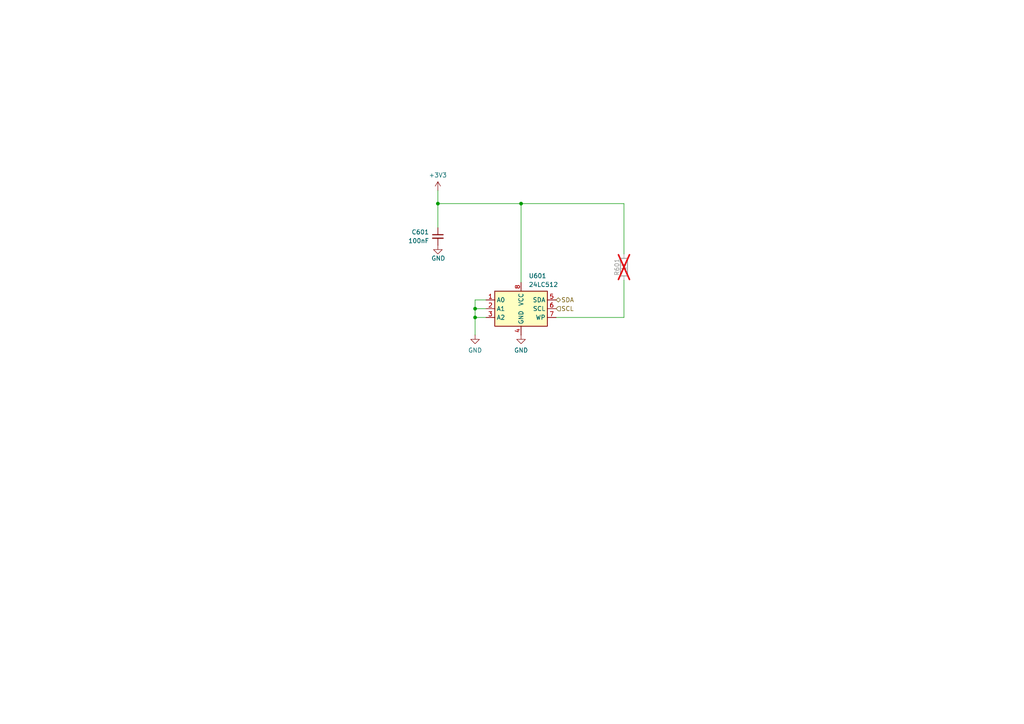
<source format=kicad_sch>
(kicad_sch (version 20231120) (generator "eeschema") (generator_version "8.0")
  (paper "A4")
  (title_block (title "${TITLE}") (date "2025-01-26") (rev "${REVISION}") (company "${LINK}") (comment 1 "${AUTHOR}"))
  (lib_symbols
    (symbol "Device:C_Small" (pin_numbers hide) (pin_names (offset 0.254) hide)
      (property "Reference" "C" (at 0.254 1.778 0))
      (property "Value" "C_Small" (at 0.254 -2.032 0))
      (symbol "C_Small_0_1"
        (polyline (pts (xy -1.524 -0.508) (xy 1.524 -0.508)) (stroke (width 0.3302)))
        (polyline (pts (xy -1.524 0.508) (xy 1.524 0.508)) (stroke (width 0.3048)))
      )
      (symbol "C_Small_1_1"
        (pin passive line (at 0 2.54 270) (length 2.032) (name "~") (number "1"))
        (pin passive line (at 0 -2.54 90) (length 2.032) (name "~") (number "2"))
      )
    )
    (symbol "Device:R" (pin_numbers hide) (pin_names (offset 0))
      (property "Reference" "R" (at 2.032 0 90))
      (property "Value" "R" (at 0 0 90))
      (symbol "R_0_1"
        (rectangle (start -1.016 -2.54) (end 1.016 2.54) (stroke (width 0.254)))
      )
      (symbol "R_1_1"
        (pin passive line (at 0 3.81 270) (length 1.27) (name "~") (number "1"))
        (pin passive line (at 0 -3.81 90) (length 1.27) (name "~") (number "2"))
      )
    )
    (symbol "Memory_EEPROM:24LC512"
      (property "Reference" "U" (at -6.35 6.35 0))
      (property "Value" "24LC512" (at 1.27 6.35 0))
      (symbol "24LC512_1_1"
        (rectangle (start -7.62 5.08) (end 7.62 -5.08) (stroke (width 0.254)) (fill (type background)))
        (pin input line (at -10.16 2.54 0) (length 2.54) (name "A0") (number "1"))
        (pin input line (at -10.16 0 0) (length 2.54) (name "A1") (number "2"))
        (pin input line (at -10.16 -2.54 0) (length 2.54) (name "A2") (number "3"))
        (pin power_in line (at 0 -7.62 90) (length 2.54) (name "GND") (number "4"))
        (pin bidirectional line (at 10.16 2.54 180) (length 2.54) (name "SDA") (number "5"))
        (pin input line (at 10.16 0 180) (length 2.54) (name "SCL") (number "6"))
        (pin input line (at 10.16 -2.54 180) (length 2.54) (name "WP") (number "7"))
        (pin power_in line (at 0 7.62 270) (length 2.54) (name "VCC") (number "8"))
      )
    )
    (symbol "power:+3V3" (power) (pin_numbers hide) (pin_names (offset 0) hide)
      (property "Value" "+3V3" (at 0 3.556 0))
      (symbol "+3V3_0_1"
        (polyline (pts (xy -0.762 1.27) (xy 0 2.54)))
        (polyline (pts (xy 0 0) (xy 0 2.54)))
        (polyline (pts (xy 0 2.54) (xy 0.762 1.27)))
      )
      (symbol "+3V3_1_1"
        (pin power_in line (at 0 0 90) (length 0) (name "~") (number "1"))
      )
    )
    (symbol "power:GND" (power) (pin_numbers hide) (pin_names (offset 0) hide)
      (property "Value" "GND" (at 0 -3.81 0))
      (symbol "GND_0_1"
        (polyline (pts (xy 0 0) (xy 0 -1.27) (xy 1.27 -1.27) (xy 0 -2.54) (xy -1.27 -1.27) (xy 0 -1.27)))
      )
      (symbol "GND_1_1"
        (pin power_in line (at 0 0 270) (length 0) (name "~") (number "1"))
      )
    )
  )
  (junction (at 151.13 59.055))
  (junction (at 137.795 92.075))
  (junction (at 127 59.055))
  (junction (at 137.795 89.535))
  (wire (pts (xy 137.795 89.535) (xy 137.795 92.075)))
  (wire (pts (xy 180.975 73.66) (xy 180.975 59.055)))
  (wire (pts (xy 137.795 92.075) (xy 140.97 92.075)))
  (wire (pts (xy 127 55.245) (xy 127 59.055)))
  (wire (pts (xy 180.975 81.28) (xy 180.975 92.075)))
  (wire (pts (xy 137.795 86.995) (xy 137.795 89.535)))
  (wire (pts (xy 137.795 89.535) (xy 140.97 89.535)))
  (wire (pts (xy 180.975 92.075) (xy 161.29 92.075)))
  (wire (pts (xy 137.795 92.075) (xy 137.795 97.155)))
  (wire (pts (xy 180.975 59.055) (xy 151.13 59.055)))
  (wire (pts (xy 140.97 86.995) (xy 137.795 86.995)))
  (wire (pts (xy 127 59.055) (xy 127 66.04)))
  (wire (pts (xy 151.13 81.915) (xy 151.13 59.055)))
  (wire (pts (xy 151.13 59.055) (xy 127 59.055)))
  (hierarchical_label "SCL" (shape input) (at 161.29 89.535 0) (property "Netclass" "digital" (effects (hide yes))))
  (hierarchical_label "SDA" (shape bidirectional) (at 161.29 86.995 0) (property "Netclass" "digital" (effects (hide yes))))
  (symbol (lib_id "Memory_EEPROM:24LC512") (at 151.13 89.535 0) (unit 1)
    (property "Reference" "U601" (at 153.3241 80.01 0) (effects (justify left)))
    (property "Value" "24LC512" (at 153.3241 82.55 0) (effects (justify left)))
    (property "Footprint" "Package_DFN_QFN:DFN-8-1EP_3x2mm_P0.5mm_EP1.7x1.4mm" (effects (hide yes)))
    (property "Datasheet" "https://www.st.com/content/ccc/resource/technical/document/datasheet/e0/4c/87/45/e8/bd/4f/11/CD00251873.pdf/files/CD00251873.pdf/jcr:content/translations/en.CD00251873.pdf" (effects (hide yes)))
    (property "Description" "I2C Serial EEPROM, 512Kb, DIP-8/SOIC-8/TSSOP-8/DFN-8" (effects (hide yes)))
    (property "MPN" "M24512-DFMC6TG" (effects (hide yes)))
    (property "Digikey" "https://www.digikey.de/en/products/detail/stmicroelectronics/M24512-DFMC6TG/4357381" (effects (hide yes)))
    (property "Price" "1" (effects (hide yes)))
  )
  (symbol (lib_id "power:+3V3") (at 127 55.245 0) (unit 1)
    (property "Reference" "#PWR0603" (effects (hide yes)))
    (property "Value" "+3V3" (at 127 50.8 0))
    (property "Description" "Power symbol creates a global label with name \"+3V3\"" (effects (hide yes)))
  )
  (symbol (lib_id "Device:R") (at 180.975 77.47 0) (mirror x) (unit 1) (in_bom no) (dnp yes)
    (property "Reference" "R601" (at 178.943 77.47 90))
    (property "Value" "1k" (at 180.975 77.343 90))
    (property "Footprint" "Resistor_SMD:R_0603_1608Metric" (effects (hide yes)))
    (property "Description" "Resistor" (effects (hide yes)))
    (property "Tolerance" "5%" (effects (hide yes)))
    (property "Power" "0.1W" (effects (hide yes)))
    (property "Price" "0.1" (effects (hide yes)))
  )
  (symbol (lib_id "power:GND") (at 127 71.12 0) (unit 1)
    (property "Reference" "#PWR0602" (effects (hide yes)))
    (property "Value" "GND" (at 127.127 74.93 0))
    (property "Description" "Power symbol creates a global label with name \"GND\" , ground" (effects (hide yes)))
  )
  (symbol (lib_id "power:GND") (at 137.795 97.155 0) (unit 1)
    (property "Reference" "#PWR0604" (effects (hide yes)))
    (property "Value" "GND" (at 137.795 101.6 0))
    (property "Description" "Power symbol creates a global label with name \"GND\" , ground" (effects (hide yes)))
  )
  (symbol (lib_id "power:GND") (at 151.13 97.155 0) (unit 1)
    (property "Reference" "#PWR0601" (effects (hide yes)))
    (property "Value" "GND" (at 151.13 101.6 0))
    (property "Description" "Power symbol creates a global label with name \"GND\" , ground" (effects (hide yes)))
  )
  (symbol (lib_id "Device:C_Small") (at 127 68.58 0) (mirror y) (unit 1)
    (property "Reference" "C601" (at 124.46 67.3162 0) (effects (justify left)))
    (property "Value" "100nF" (at 124.46 69.8562 0) (effects (justify left)))
    (property "Footprint" "Capacitor_SMD:C_0603_1608Metric" (effects (hide yes)))
    (property "Datasheet" "https://calchip.com/wp-content/uploads/2023/09/GMC-Series-2.pdf" (effects (hide yes)))
    (property "Description" "0.1 µF ±10% 50V Ceramic Capacitor X7R 0603 (1608 Metric)" (effects (hide yes)))
    (property "MPN" "GMC10X7R104K50NT" (effects (hide yes)))
    (property "Digikey" "https://www.digikey.de/en/products/detail/cal-chip-electronics-inc/GMC10X7R104K50NT/18151094" (effects (hide yes)))
    (property "Price" "0.1" (effects (hide yes)))
  )
)
</source>
